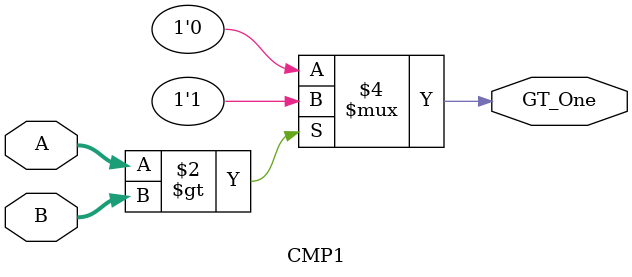
<source format=v>
`timescale 1ns / 1ps

module CMP1(
        input [31:0] A, B,
        output reg GT_One
    );
    
    always @(A or B)
    begin
        if(A > B) GT_One = 1;
        else GT_One = 0;
    end
endmodule


</source>
